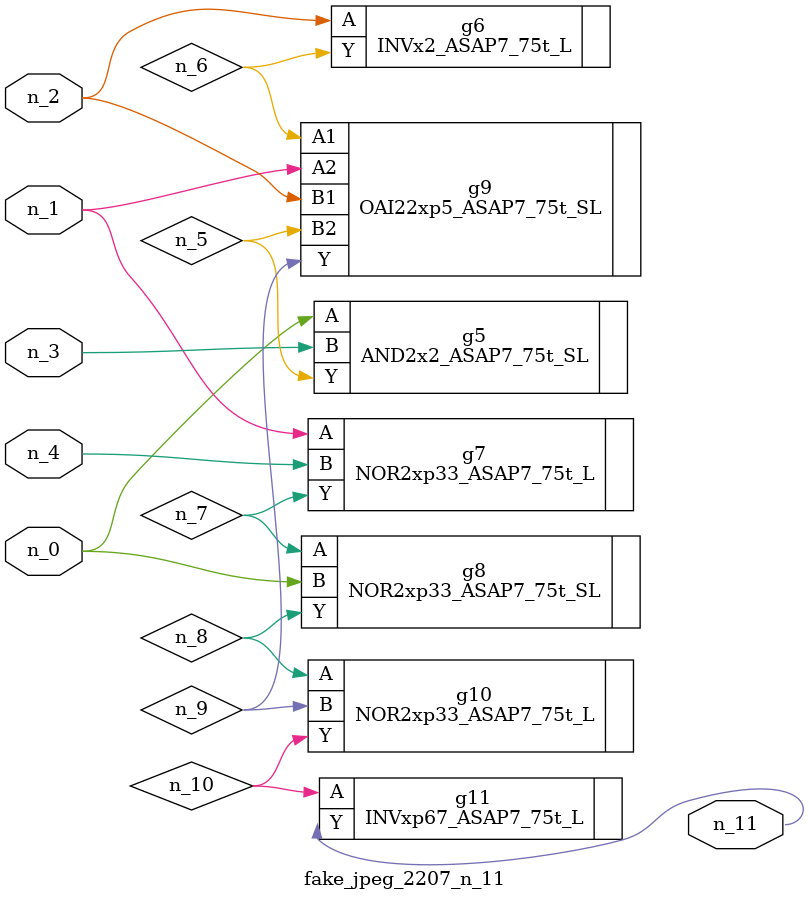
<source format=v>
module fake_jpeg_2207_n_11 (n_3, n_2, n_1, n_0, n_4, n_11);

input n_3;
input n_2;
input n_1;
input n_0;
input n_4;

output n_11;

wire n_10;
wire n_8;
wire n_9;
wire n_6;
wire n_5;
wire n_7;

AND2x2_ASAP7_75t_SL g5 ( 
.A(n_0),
.B(n_3),
.Y(n_5)
);

INVx2_ASAP7_75t_L g6 ( 
.A(n_2),
.Y(n_6)
);

NOR2xp33_ASAP7_75t_L g7 ( 
.A(n_1),
.B(n_4),
.Y(n_7)
);

NOR2xp33_ASAP7_75t_SL g8 ( 
.A(n_7),
.B(n_0),
.Y(n_8)
);

NOR2xp33_ASAP7_75t_L g10 ( 
.A(n_8),
.B(n_9),
.Y(n_10)
);

OAI22xp5_ASAP7_75t_SL g9 ( 
.A1(n_6),
.A2(n_1),
.B1(n_2),
.B2(n_5),
.Y(n_9)
);

INVxp67_ASAP7_75t_L g11 ( 
.A(n_10),
.Y(n_11)
);


endmodule
</source>
